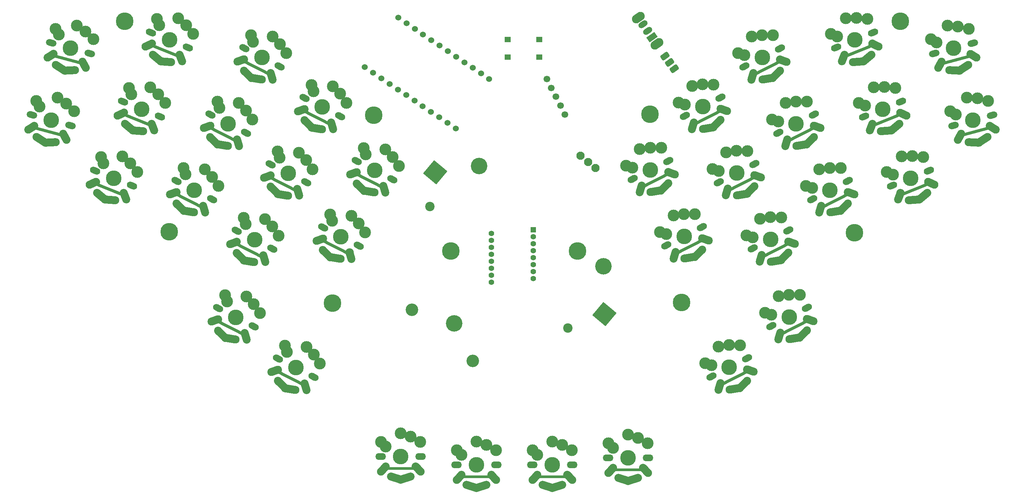
<source format=gbr>
%TF.GenerationSoftware,KiCad,Pcbnew,(6.0.4)*%
%TF.CreationDate,2022-10-17T18:10:13+02:00*%
%TF.ProjectId,Batreeq,42617472-6565-4712-9e6b-696361645f70,rev?*%
%TF.SameCoordinates,Original*%
%TF.FileFunction,Soldermask,Top*%
%TF.FilePolarity,Negative*%
%FSLAX46Y46*%
G04 Gerber Fmt 4.6, Leading zero omitted, Abs format (unit mm)*
G04 Created by KiCad (PCBNEW (6.0.4)) date 2022-10-17 18:10:13*
%MOMM*%
%LPD*%
G01*
G04 APERTURE LIST*
G04 Aperture macros list*
%AMRoundRect*
0 Rectangle with rounded corners*
0 $1 Rounding radius*
0 $2 $3 $4 $5 $6 $7 $8 $9 X,Y pos of 4 corners*
0 Add a 4 corners polygon primitive as box body*
4,1,4,$2,$3,$4,$5,$6,$7,$8,$9,$2,$3,0*
0 Add four circle primitives for the rounded corners*
1,1,$1+$1,$2,$3*
1,1,$1+$1,$4,$5*
1,1,$1+$1,$6,$7*
1,1,$1+$1,$8,$9*
0 Add four rect primitives between the rounded corners*
20,1,$1+$1,$2,$3,$4,$5,0*
20,1,$1+$1,$4,$5,$6,$7,0*
20,1,$1+$1,$6,$7,$8,$9,0*
20,1,$1+$1,$8,$9,$2,$3,0*%
%AMHorizOval*
0 Thick line with rounded ends*
0 $1 width*
0 $2 $3 position (X,Y) of the first rounded end (center of the circle)*
0 $4 $5 position (X,Y) of the second rounded end (center of the circle)*
0 Add line between two ends*
20,1,$1,$2,$3,$4,$5,0*
0 Add two circle primitives to create the rounded ends*
1,1,$1,$2,$3*
1,1,$1,$4,$5*%
%AMRotRect*
0 Rectangle, with rotation*
0 The origin of the aperture is its center*
0 $1 length*
0 $2 width*
0 $3 Rotation angle, in degrees counterclockwise*
0 Add horizontal line*
21,1,$1,$2,0,0,$3*%
G04 Aperture macros list end*
%ADD10C,3.000000*%
%ADD11HorizOval,1.701800X0.482963X-0.129410X-0.482963X0.129410X0*%
%ADD12C,3.987800*%
%ADD13C,2.032000*%
%ADD14RoundRect,0.189673X-3.546058X0.753800X3.447877X-1.120219X3.546058X-0.753800X-3.447877X1.120219X0*%
%ADD15HorizOval,2.032000X0.753734X0.461889X-0.753734X-0.461889X0*%
%ADD16HorizOval,2.032000X-0.421808X0.776874X0.421808X-0.776874X0*%
%ADD17HorizOval,2.032000X1.332292X0.067491X-1.332292X-0.067491X0*%
%ADD18HorizOval,2.032000X-1.120053X0.724595X1.120053X-0.724595X0*%
%ADD19HorizOval,1.701800X0.445503X0.226995X-0.445503X-0.226995X0*%
%ADD20HorizOval,2.032000X-0.833295X0.295085X0.833295X-0.295085X0*%
%ADD21RoundRect,0.189673X-3.139626X-1.812593X3.311844X1.474595X3.139626X1.812593X-3.311844X-1.474595X0*%
%ADD22HorizOval,2.032000X0.251070X0.847597X-0.251070X-0.847597X0*%
%ADD23HorizOval,2.032000X0.944925X0.941633X-0.944925X-0.941633X0*%
%ADD24HorizOval,2.032000X-1.317210X-0.210983X1.317210X0.210983X0*%
%ADD25C,4.500000*%
%ADD26HorizOval,1.701800X0.482963X0.129410X-0.482963X-0.129410X0*%
%ADD27HorizOval,2.032000X0.421808X0.776874X-0.421808X-0.776874X0*%
%ADD28HorizOval,2.032000X-0.753734X0.461889X0.753734X-0.461889X0*%
%ADD29RoundRect,0.189673X-3.447877X-1.120219X3.546058X0.753800X3.447877X1.120219X-3.546058X-0.753800X0*%
%ADD30HorizOval,2.032000X-1.332292X0.067491X1.332292X-0.067491X0*%
%ADD31HorizOval,2.032000X1.120053X0.724595X-1.120053X-0.724595X0*%
%ADD32HorizOval,1.701800X0.445503X-0.226995X-0.445503X0.226995X0*%
%ADD33HorizOval,2.032000X0.833295X0.295085X-0.833295X-0.295085X0*%
%ADD34RoundRect,0.189673X-3.311844X1.474595X3.139626X-1.812593X3.311844X-1.474595X-3.139626X1.812593X0*%
%ADD35HorizOval,2.032000X-0.251070X0.847597X0.251070X-0.847597X0*%
%ADD36HorizOval,2.032000X-0.944925X0.941633X0.944925X-0.941633X0*%
%ADD37HorizOval,2.032000X-1.317210X0.210983X1.317210X-0.210983X0*%
%ADD38O,2.701800X1.701800*%
%ADD39RoundRect,0.189673X-3.620327X-0.189672X3.620327X-0.189672X3.620327X0.189672X-3.620327X0.189672X0*%
%ADD40HorizOval,2.032000X-0.608505X0.641231X0.608505X-0.641231X0*%
%ADD41HorizOval,2.032000X0.608505X0.641231X-0.608505X-0.641231X0*%
%ADD42HorizOval,2.032000X1.269427X0.410014X-1.269427X-0.410014X0*%
%ADD43HorizOval,2.032000X-1.269427X0.410014X1.269427X-0.410014X0*%
%ADD44HorizOval,1.701800X0.463592X0.187303X-0.463592X-0.187303X0*%
%ADD45RoundRect,0.189673X-3.285656X-1.532059X3.427761X1.180338X3.285656X1.532059X-3.427761X-1.180338X0*%
%ADD46HorizOval,2.032000X-0.804406X0.366589X0.804406X-0.366589X0*%
%ADD47HorizOval,2.032000X0.323987X0.822489X-0.323987X-0.822489X0*%
%ADD48HorizOval,2.032000X-1.330586X-0.095378X1.330586X0.095378X0*%
%ADD49HorizOval,2.032000X1.023398X0.855694X-1.023398X-0.855694X0*%
%ADD50C,3.200000*%
%ADD51C,4.200000*%
%ADD52C,2.400000*%
%ADD53C,2.100000*%
%ADD54RotRect,4.400000X4.400000X140.000000*%
%ADD55HorizOval,1.701800X0.463592X-0.187303X-0.463592X0.187303X0*%
%ADD56HorizOval,2.032000X0.804406X0.366589X-0.804406X-0.366589X0*%
%ADD57HorizOval,2.032000X-0.323987X0.822489X0.323987X-0.822489X0*%
%ADD58RoundRect,0.189673X-3.427761X1.180338X3.285656X-1.532059X3.427761X-1.180338X-3.285656X1.532059X0*%
%ADD59HorizOval,2.032000X-1.023398X0.855694X1.023398X-0.855694X0*%
%ADD60HorizOval,2.032000X-1.330586X0.095378X1.330586X-0.095378X0*%
%ADD61RoundRect,0.375000X-0.827182X-0.137458X-0.386343X-0.744220X0.827182X0.137458X0.386343X0.744220X0*%
%ADD62C,1.700000*%
%ADD63HorizOval,1.700000X0.000000X0.000000X0.000000X0.000000X0*%
%ADD64R,1.600000X1.400000*%
%ADD65HorizOval,2.200000X0.532449X0.372825X-0.532449X-0.372825X0*%
%ADD66RotRect,1.500000X2.500000X125.000000*%
%ADD67HorizOval,1.500000X0.409576X0.286788X-0.409576X-0.286788X0*%
%ADD68C,1.524000*%
%ADD69R,1.400000X1.400000*%
%ADD70C,1.400000*%
G04 APERTURE END LIST*
D10*
%TO.C,SW7*%
X33987410Y-58946068D03*
D11*
X27538373Y-63377271D03*
D10*
X28588379Y-59777011D03*
D11*
X37351154Y-66010699D03*
D10*
X36212503Y-60446395D03*
X38244452Y-62367771D03*
X29421474Y-61256346D03*
D12*
X32447437Y-64693327D03*
D13*
X28109859Y-66160678D03*
X35470214Y-68132879D03*
D14*
X31673162Y-67601881D03*
D15*
X27359039Y-66625626D03*
D16*
X35887969Y-68910945D03*
D17*
X32237817Y-70325931D03*
D18*
X29812672Y-69676116D03*
D13*
X30920405Y-70392289D03*
%TD*%
D19*
%TO.C,SW26*%
X224879675Y-112567049D03*
D10*
X215805491Y-114339868D03*
X223105930Y-109262094D03*
X214196513Y-113797957D03*
D12*
X220354009Y-114869279D03*
D19*
X215825251Y-117176063D03*
D10*
X217652766Y-109567790D03*
X220310247Y-109193872D03*
D13*
X218112410Y-118862139D03*
D20*
X225732961Y-115701415D03*
D21*
X221724814Y-117548847D03*
D13*
X224901880Y-115402731D03*
D22*
X217865554Y-119710059D03*
D23*
X223967179Y-119195383D03*
D13*
X223032553Y-120126217D03*
D24*
X221730133Y-120335215D03*
%TD*%
D25*
%TO.C,H10*%
X166447346Y-98056076D03*
%TD*%
D10*
%TO.C,SW34*%
X266063636Y-41426131D03*
D26*
X257296650Y-47653423D03*
D10*
X260666078Y-40591370D03*
X257867000Y-44875097D03*
D12*
X262206052Y-46338628D03*
D10*
X263343229Y-40778144D03*
X256405851Y-44010503D03*
D26*
X267111481Y-45027647D03*
D27*
X258765520Y-50556247D03*
D13*
X259183275Y-49778181D03*
X266543629Y-47805979D03*
D28*
X267294449Y-48270927D03*
D29*
X262989787Y-49244648D03*
D30*
X262415672Y-51971232D03*
D31*
X264840817Y-51321417D03*
D13*
X263733084Y-52037591D03*
%TD*%
D25*
%TO.C,H8*%
X248621075Y-39434330D03*
%TD*%
%TO.C,H9*%
X134189343Y-98056079D03*
%TD*%
D10*
%TO.C,SW21*%
X202380098Y-122425889D03*
D12*
X205081341Y-127727378D03*
D10*
X200532823Y-127197967D03*
X205037579Y-122051971D03*
X198923845Y-126656056D03*
D19*
X209607007Y-125425148D03*
X200552583Y-130034162D03*
D10*
X207833262Y-122120193D03*
D20*
X210460293Y-128559514D03*
D22*
X202592886Y-132568158D03*
D13*
X202839742Y-131720238D03*
D21*
X206452146Y-130406946D03*
D13*
X209629212Y-128260830D03*
D23*
X208694511Y-132053482D03*
D13*
X207759885Y-132984316D03*
D24*
X206457465Y-133193314D03*
%TD*%
D10*
%TO.C,SW25*%
X209724598Y-72574371D03*
D19*
X202443919Y-80488340D03*
D10*
X202424159Y-77652145D03*
X206928915Y-72506149D03*
D19*
X211498343Y-75879326D03*
D12*
X206972677Y-78181556D03*
D10*
X200815181Y-77110234D03*
X204271434Y-72880067D03*
D21*
X208343482Y-80861124D03*
D13*
X204731078Y-82174416D03*
X211520548Y-78715008D03*
D20*
X212351629Y-79013692D03*
D22*
X204484222Y-83022336D03*
D24*
X208348801Y-83647492D03*
D13*
X209651221Y-83438494D03*
D23*
X210585847Y-82507660D03*
%TD*%
D10*
%TO.C,SW4*%
X92249109Y-47594369D03*
X90661040Y-45292514D03*
D32*
X90617925Y-50971963D03*
D10*
X83850013Y-44672831D03*
D12*
X86095263Y-48663839D03*
D32*
X81567097Y-46355890D03*
D10*
X88796506Y-43362350D03*
X83342694Y-43052613D03*
D33*
X80716311Y-49495975D03*
D34*
X84733186Y-51347853D03*
D13*
X81547392Y-49197291D03*
X88336862Y-52656699D03*
D35*
X88583719Y-53504619D03*
D36*
X82482094Y-52989943D03*
D13*
X83416719Y-53920777D03*
D37*
X84719139Y-54129775D03*
%TD*%
D10*
%TO.C,SW8*%
X99198131Y-57337453D03*
X106009158Y-57957136D03*
X98690812Y-55717235D03*
D32*
X96915215Y-59020512D03*
D10*
X107597227Y-60258991D03*
D12*
X101443381Y-61328461D03*
D10*
X104144624Y-56026972D03*
D32*
X105966043Y-63636585D03*
D35*
X103931837Y-66169241D03*
D34*
X100081304Y-64012475D03*
D33*
X96064429Y-62160597D03*
D13*
X103684980Y-65321321D03*
X96895510Y-61861913D03*
D36*
X97830212Y-65654565D03*
D13*
X98764837Y-66585399D03*
D37*
X100067257Y-66794397D03*
%TD*%
D38*
%TO.C,SW22*%
X165120932Y-152589385D03*
D10*
X162580932Y-147509385D03*
X165040932Y-148839385D03*
X155043344Y-148836078D03*
D38*
X154960932Y-152585424D03*
D10*
X156230932Y-150049385D03*
D12*
X160043344Y-152586077D03*
D10*
X160043344Y-146636077D03*
D39*
X160048241Y-155595922D03*
D40*
X164458243Y-155769509D03*
D13*
X156233344Y-155126077D03*
D41*
X155628445Y-155769509D03*
D13*
X163853344Y-155126077D03*
X160043344Y-158486077D03*
D42*
X161298692Y-158081008D03*
D43*
X158787996Y-158081008D03*
%TD*%
D25*
%TO.C,H3*%
X192972150Y-111198053D03*
%TD*%
D38*
%TO.C,SW27*%
X174264934Y-150807425D03*
D10*
X181884934Y-145731386D03*
X179347346Y-144858078D03*
X184344934Y-147061386D03*
D12*
X179347346Y-150808078D03*
D38*
X184424934Y-150811386D03*
D10*
X175534934Y-148271386D03*
X174347346Y-147058079D03*
D13*
X175537346Y-153348078D03*
X183157346Y-153348078D03*
D40*
X183762245Y-153991510D03*
D39*
X179352243Y-153817923D03*
D41*
X174932447Y-153991510D03*
D42*
X180602694Y-156303009D03*
D43*
X178091998Y-156303009D03*
D13*
X179347346Y-156708078D03*
%TD*%
D10*
%TO.C,SW33*%
X244598919Y-56204776D03*
X247378019Y-56516399D03*
X241918962Y-56345656D03*
D12*
X244147871Y-61862400D03*
D44*
X239435296Y-63765700D03*
D10*
X238107178Y-60258495D03*
D44*
X248856968Y-59963370D03*
D10*
X239662803Y-60938575D03*
D13*
X241566801Y-65644698D03*
D45*
X245279920Y-64651245D03*
D46*
X249433828Y-63160177D03*
D47*
X241246983Y-66467877D03*
D13*
X248631942Y-62790196D03*
X246358050Y-67332785D03*
D48*
X245042371Y-67427473D03*
D49*
X247370247Y-66486951D03*
%TD*%
D25*
%TO.C,H6*%
X114577344Y-63386078D03*
%TD*%
D10*
%TO.C,SW16*%
X99274677Y-124432085D03*
D32*
X99231562Y-130111534D03*
D10*
X91956331Y-122192184D03*
D32*
X90180734Y-125495461D03*
D10*
X97410143Y-122501921D03*
X92463650Y-123812402D03*
D12*
X94708900Y-127803410D03*
D10*
X100862746Y-126733940D03*
D33*
X89329948Y-128635546D03*
D35*
X97197356Y-132644190D03*
D34*
X93346823Y-130487424D03*
D13*
X96950499Y-131796270D03*
X90161029Y-128336862D03*
D37*
X93332776Y-133269346D03*
D36*
X91095731Y-132129514D03*
D13*
X92030356Y-133060348D03*
%TD*%
D10*
%TO.C,SW28*%
X207326520Y-47595579D03*
X213440254Y-42991494D03*
D12*
X213484016Y-48666901D03*
D19*
X208955258Y-50973685D03*
X218009682Y-46364671D03*
D10*
X216235937Y-43059716D03*
X210782773Y-43365412D03*
X208935498Y-48137490D03*
D21*
X214854821Y-51346469D03*
D13*
X211242417Y-52659761D03*
X218031887Y-49200353D03*
D22*
X210995561Y-53507681D03*
D20*
X218862968Y-49499037D03*
D24*
X214860140Y-54132837D03*
D13*
X216162560Y-53923839D03*
D23*
X217097186Y-52993005D03*
%TD*%
D10*
%TO.C,SW5*%
X75224197Y-61601955D03*
D32*
X72941281Y-63285014D03*
D10*
X74716878Y-59981737D03*
X82035224Y-62221638D03*
X83623293Y-64523493D03*
X80170690Y-60291474D03*
D32*
X81992109Y-67901087D03*
D12*
X77469447Y-65592963D03*
D34*
X76107370Y-68276977D03*
D13*
X79711046Y-69585823D03*
D35*
X79957903Y-70433743D03*
D33*
X72090495Y-66425099D03*
D13*
X72921576Y-66126415D03*
D37*
X76093323Y-71058899D03*
D36*
X73856278Y-69919067D03*
D13*
X74790903Y-70849901D03*
%TD*%
D50*
%TO.C,SW36*%
X124286053Y-113059816D03*
D51*
X135054009Y-116549375D03*
D52*
X128867742Y-86671342D03*
D50*
X139749391Y-126035494D03*
D52*
X163952042Y-117720395D03*
D51*
X173044231Y-101976735D03*
X141423676Y-76368083D03*
D53*
X171042086Y-76927713D03*
X167211864Y-73713775D03*
X169126975Y-75320744D03*
D54*
X173263659Y-114099277D03*
X130236554Y-77998238D03*
%TD*%
D12*
%TO.C,SW15*%
X84191742Y-95186711D03*
D32*
X79663576Y-92878762D03*
X88714404Y-97494835D03*
D10*
X90345588Y-94117241D03*
X81946492Y-91195703D03*
X88757519Y-91815386D03*
X81439173Y-89575485D03*
X86892985Y-89885222D03*
D13*
X79643871Y-95720163D03*
D33*
X78812790Y-96018847D03*
D35*
X86680198Y-100027491D03*
D13*
X86433341Y-99179571D03*
D34*
X82829665Y-97870725D03*
D13*
X81513198Y-100443649D03*
D37*
X82815618Y-100652647D03*
D36*
X80578573Y-99512815D03*
%TD*%
D26*
%TO.C,SW31*%
X262222874Y-66013471D03*
D10*
X265592302Y-58951418D03*
X268269453Y-59138192D03*
X270989860Y-59786179D03*
X261332075Y-62370551D03*
D12*
X267132276Y-64698676D03*
D26*
X272037705Y-63387695D03*
D10*
X262793224Y-63235145D03*
D13*
X264109499Y-68138229D03*
D28*
X272220673Y-66630975D03*
D13*
X271469853Y-66166027D03*
D27*
X263691744Y-68916295D03*
D29*
X267916011Y-67604696D03*
D13*
X268659308Y-70397639D03*
D31*
X269767041Y-69681465D03*
D30*
X267341896Y-70331280D03*
%TD*%
D25*
%TO.C,H2*%
X104010023Y-111310117D03*
%TD*%
D19*
%TO.C,SW23*%
X226206895Y-84831932D03*
D10*
X228034410Y-77223659D03*
X224578157Y-81453826D03*
X233487574Y-76917963D03*
D19*
X235261319Y-80222918D03*
D10*
X226187135Y-81995737D03*
X230691891Y-76849741D03*
D12*
X230735653Y-82525148D03*
D22*
X228247198Y-87365928D03*
D13*
X228494054Y-86518008D03*
D21*
X232106458Y-85204716D03*
D20*
X236114605Y-83357284D03*
D13*
X235283524Y-83058600D03*
X233414197Y-87782086D03*
D23*
X234348823Y-86851252D03*
D24*
X232111777Y-87991084D03*
%TD*%
D10*
%TO.C,SW6*%
X54351450Y-77873324D03*
X45083087Y-74125095D03*
X52568804Y-75718637D03*
D55*
X53020850Y-81380231D03*
D10*
X45729686Y-75694932D03*
X50543141Y-73958322D03*
D55*
X43602146Y-77570556D03*
D12*
X48314232Y-79475066D03*
D13*
X43830160Y-80402862D03*
D56*
X43028274Y-80772843D03*
D57*
X51215120Y-84080543D03*
D13*
X50895301Y-83257365D03*
D58*
X47191265Y-82267580D03*
D13*
X46104053Y-84945451D03*
D59*
X45091856Y-84099617D03*
D60*
X47419732Y-85040139D03*
%TD*%
D10*
%TO.C,SW12*%
X123975346Y-145389387D03*
D38*
X116355346Y-150465426D03*
D10*
X116437758Y-146716080D03*
D12*
X121437758Y-150466079D03*
D10*
X126435346Y-146719387D03*
X117625346Y-147929387D03*
X121437758Y-144516079D03*
D38*
X126515346Y-150469387D03*
D13*
X125247758Y-153006079D03*
X117627758Y-153006079D03*
D40*
X125852657Y-153649511D03*
D41*
X117022859Y-153649511D03*
D39*
X121442655Y-153475924D03*
D43*
X120182410Y-155961010D03*
D13*
X121437758Y-156366079D03*
D42*
X122693106Y-155961010D03*
%TD*%
D10*
%TO.C,SW1*%
X59964735Y-40461946D03*
X66803853Y-40485651D03*
X64778190Y-38725336D03*
D12*
X62549281Y-44242080D03*
D10*
X68586499Y-42640338D03*
X59318136Y-38892109D03*
D55*
X67255899Y-46147245D03*
X57837195Y-42337570D03*
D13*
X65130350Y-48024379D03*
D56*
X57263323Y-45539857D03*
D57*
X65450169Y-48847557D03*
D58*
X61426314Y-47034594D03*
D13*
X58065209Y-45169876D03*
D59*
X59326905Y-48866631D03*
D60*
X61654781Y-49807153D03*
D13*
X60339102Y-49712465D03*
%TD*%
D10*
%TO.C,SW11*%
X85590076Y-113875837D03*
D32*
X74908064Y-112637358D03*
D10*
X77190980Y-110954299D03*
X84002007Y-111573982D03*
D12*
X79436230Y-114945307D03*
D10*
X76683661Y-109334081D03*
X82137473Y-109643818D03*
D32*
X83958892Y-117253431D03*
D33*
X74057278Y-115777443D03*
D13*
X81677829Y-118938167D03*
D34*
X78074153Y-117629321D03*
D35*
X81924686Y-119786087D03*
D13*
X74888359Y-115478759D03*
D36*
X75823061Y-119271411D03*
D13*
X76757686Y-120202245D03*
D37*
X78060106Y-120411243D03*
%TD*%
D10*
%TO.C,SW19*%
X196372998Y-88692063D03*
X189072559Y-93769837D03*
X187463581Y-93227926D03*
D19*
X189092319Y-96606032D03*
D10*
X193577315Y-88623841D03*
D12*
X193621077Y-94299248D03*
D19*
X198146743Y-91997018D03*
D10*
X190919834Y-88997759D03*
D20*
X199000029Y-95131384D03*
D22*
X191132622Y-99140028D03*
D13*
X191379478Y-98292108D03*
X198168948Y-94832700D03*
D21*
X194991882Y-96978816D03*
D24*
X194997201Y-99765184D03*
D13*
X196299621Y-99556186D03*
D23*
X197234247Y-98625352D03*
%TD*%
D10*
%TO.C,SW3*%
X38897461Y-40575677D03*
X43154503Y-43997380D03*
X33498430Y-41406620D03*
X34331525Y-42885955D03*
D11*
X42261205Y-47640308D03*
X32448424Y-45006880D03*
D10*
X41122554Y-42076004D03*
D12*
X37357488Y-46322936D03*
D13*
X33019910Y-47790287D03*
D14*
X36583213Y-49231490D03*
D16*
X40798020Y-50540554D03*
D13*
X40380265Y-49762488D03*
D15*
X32269090Y-48255235D03*
D18*
X34722723Y-51305725D03*
D13*
X35830456Y-52021898D03*
D17*
X37147868Y-51955540D03*
%TD*%
D10*
%TO.C,SW10*%
X66598375Y-78531080D03*
X66091056Y-76910862D03*
X74997471Y-81452618D03*
D32*
X73366287Y-84830212D03*
D10*
X71544868Y-77220599D03*
X73409402Y-79150763D03*
D12*
X68843625Y-82522088D03*
D32*
X64315459Y-80214139D03*
D33*
X63464673Y-83354224D03*
D34*
X67481548Y-85206102D03*
D35*
X71332081Y-87362868D03*
D13*
X64295754Y-83055540D03*
X71085224Y-86514948D03*
D36*
X65230456Y-86848192D03*
D13*
X66165081Y-87779026D03*
D37*
X67467501Y-87988024D03*
%TD*%
D12*
%TO.C,SW32*%
X237030347Y-44245909D03*
D10*
X240260495Y-38899908D03*
D44*
X241739444Y-42346879D03*
X232317772Y-46149209D03*
D10*
X232545279Y-43322084D03*
X234801438Y-38729165D03*
X237481395Y-38588285D03*
X230989654Y-42642004D03*
D46*
X242316304Y-45543686D03*
D13*
X241514418Y-45173705D03*
D47*
X234129459Y-48851386D03*
D13*
X234449277Y-48028207D03*
D45*
X238162396Y-47034754D03*
D13*
X239240526Y-49716294D03*
D48*
X237924847Y-49810982D03*
D49*
X240252723Y-48870460D03*
%TD*%
D61*
%TO.C,PAD1*%
X191098000Y-51590000D03*
X189922429Y-49971966D03*
X188746858Y-48353932D03*
%TD*%
D10*
%TO.C,SW9*%
X98971405Y-77188116D03*
D32*
X88289393Y-75949637D03*
D12*
X92817559Y-78257586D03*
D10*
X90572309Y-74266578D03*
D32*
X97340221Y-80565710D03*
D10*
X90064990Y-72646360D03*
X95518802Y-72956097D03*
X97383336Y-74886261D03*
D13*
X95059158Y-82250446D03*
D34*
X91455482Y-80941600D03*
D33*
X87438607Y-79089722D03*
D35*
X95306015Y-83098366D03*
D13*
X88269688Y-78791038D03*
X90139015Y-83514524D03*
D36*
X89204390Y-82583690D03*
D37*
X91441435Y-83723522D03*
%TD*%
D32*
%TO.C,SW13*%
X110266815Y-75138206D03*
D12*
X114794981Y-77446155D03*
D10*
X119360758Y-74074830D03*
X112042412Y-71834929D03*
X112549731Y-73455147D03*
X120948827Y-76376685D03*
D32*
X119317643Y-79754279D03*
D10*
X117496224Y-72144666D03*
D34*
X113432904Y-80130169D03*
D33*
X109416029Y-78278291D03*
D35*
X117283437Y-82286935D03*
D13*
X117036580Y-81439015D03*
X110247110Y-77979607D03*
X112116437Y-82703093D03*
D36*
X111181812Y-81772259D03*
D37*
X113418857Y-82912091D03*
%TD*%
D19*
%TO.C,SW18*%
X189520925Y-75067893D03*
X180466501Y-79676907D03*
D10*
X184951497Y-71694716D03*
D12*
X184995259Y-77370123D03*
D10*
X180446741Y-76840712D03*
X187747180Y-71762938D03*
X182294016Y-72068634D03*
X178837763Y-76298801D03*
D21*
X186366064Y-80049691D03*
D20*
X190374211Y-78202259D03*
D22*
X182506804Y-82210903D03*
D13*
X182753660Y-81362983D03*
X189543130Y-77903575D03*
X187673803Y-82627061D03*
D23*
X188608429Y-81696227D03*
D24*
X186371383Y-82836059D03*
%TD*%
D25*
%TO.C,H1*%
X62507345Y-93104077D03*
%TD*%
D10*
%TO.C,SW24*%
X195645619Y-55950942D03*
D19*
X202872528Y-58950201D03*
D10*
X192189366Y-60181109D03*
X201098783Y-55645246D03*
D19*
X193818104Y-63559215D03*
D12*
X198346862Y-61252431D03*
D10*
X198303100Y-55577024D03*
X193798344Y-60723020D03*
D20*
X203725814Y-62084567D03*
D13*
X202894733Y-61785883D03*
X196105263Y-65245291D03*
D22*
X195858407Y-66093211D03*
D21*
X199717667Y-63931999D03*
D23*
X201960032Y-65578535D03*
D13*
X201025406Y-66509369D03*
D24*
X199722986Y-66718367D03*
%TD*%
D38*
%TO.C,SW17*%
X135635344Y-152582117D03*
D10*
X140717756Y-146632770D03*
X135717756Y-148832771D03*
D38*
X145795344Y-152586078D03*
D12*
X140717756Y-152582770D03*
D10*
X143255344Y-147506078D03*
X136905344Y-150046078D03*
X145715344Y-148836078D03*
D40*
X145132655Y-155766202D03*
D13*
X144527756Y-155122770D03*
X136907756Y-155122770D03*
D41*
X136302857Y-155766202D03*
D39*
X140722653Y-155592615D03*
D43*
X139462408Y-158077701D03*
D42*
X141973104Y-158077701D03*
D13*
X140717756Y-158482770D03*
%TD*%
D25*
%TO.C,H7*%
X184935343Y-63132079D03*
%TD*%
D62*
%TO.C,U5*%
X158630606Y-54183266D03*
D63*
X159783742Y-56446423D03*
X160936878Y-58709579D03*
X162090014Y-60972736D03*
X163243150Y-63235892D03*
%TD*%
D64*
%TO.C,SW35*%
X148677347Y-44118078D03*
X156677347Y-44118078D03*
X148677347Y-48618078D03*
X156677347Y-48618078D03*
%TD*%
D65*
%TO.C,SW37*%
X181949673Y-38522954D03*
X186653000Y-45240000D03*
D66*
X185448489Y-43519781D03*
D67*
X184301336Y-41881477D03*
X183154183Y-40243173D03*
%TD*%
D10*
%TO.C,SW29*%
X215952340Y-64524705D03*
D19*
X217581078Y-67902811D03*
D10*
X222066074Y-59920620D03*
X224861757Y-59988842D03*
D12*
X222109836Y-65596027D03*
D10*
X219408593Y-60294538D03*
X217561318Y-65066616D03*
D19*
X226635502Y-63293797D03*
D13*
X219868237Y-69588887D03*
X226657707Y-66129479D03*
D21*
X223480641Y-68275595D03*
D22*
X219621381Y-70436807D03*
D20*
X227488788Y-66428163D03*
D23*
X225723006Y-69922131D03*
D13*
X224788380Y-70852965D03*
D24*
X223485960Y-71061963D03*
%TD*%
D44*
%TO.C,SW30*%
X246552821Y-81382195D03*
D10*
X254495544Y-74132894D03*
D12*
X251265396Y-79478895D03*
D10*
X249036487Y-73962151D03*
X246780328Y-78555070D03*
X251716444Y-73821271D03*
D44*
X255974493Y-77579865D03*
D10*
X245224703Y-77874990D03*
D13*
X248684326Y-83261193D03*
D45*
X252397445Y-82267740D03*
D46*
X256551353Y-80776672D03*
D47*
X248364508Y-84084372D03*
D13*
X255749467Y-80406691D03*
X253475575Y-84949280D03*
D49*
X254487772Y-84103446D03*
D48*
X252159896Y-85043968D03*
%TD*%
D10*
%TO.C,SW2*%
X61469264Y-60257239D03*
X57660955Y-56342237D03*
X52200901Y-56509010D03*
X59686618Y-58102552D03*
D55*
X50719960Y-59954471D03*
D10*
X52847500Y-58078847D03*
D12*
X55432046Y-61858981D03*
D55*
X60138664Y-63764146D03*
D56*
X50146088Y-63156758D03*
D57*
X58332934Y-66464458D03*
D13*
X58013115Y-65641280D03*
D58*
X54309079Y-64651495D03*
D13*
X50947974Y-62786777D03*
D59*
X52209670Y-66483532D03*
D13*
X53221867Y-67329366D03*
D60*
X54537546Y-67424054D03*
%TD*%
D25*
%TO.C,H5*%
X51170667Y-39497354D03*
%TD*%
D19*
%TO.C,SW20*%
X211069739Y-97417466D03*
D10*
X215554735Y-89435275D03*
D19*
X220124163Y-92808452D03*
D10*
X211049979Y-94581271D03*
X218350418Y-89503497D03*
X212897254Y-89809193D03*
X209441001Y-94039360D03*
D12*
X215598497Y-95110682D03*
D22*
X213110042Y-99951462D03*
D13*
X220146368Y-95644134D03*
D21*
X216969302Y-97790250D03*
D20*
X220977449Y-95942818D03*
D13*
X213356898Y-99103542D03*
D23*
X219211667Y-99436786D03*
D24*
X216974621Y-100576618D03*
D13*
X218277041Y-100367620D03*
%TD*%
D10*
%TO.C,SW14*%
X110734937Y-91003952D03*
D32*
X101640994Y-92067328D03*
X110691822Y-96683401D03*
D12*
X106169160Y-94375277D03*
D10*
X112323006Y-93305807D03*
X103923910Y-90384269D03*
X108870403Y-89073788D03*
X103416591Y-88764051D03*
D13*
X108410759Y-98368137D03*
D33*
X100790208Y-95207413D03*
D34*
X104807083Y-97059291D03*
D13*
X101621289Y-94908729D03*
D35*
X108657616Y-99216057D03*
D36*
X102555991Y-98701381D03*
D13*
X103490616Y-99632215D03*
D37*
X104793036Y-99841213D03*
%TD*%
D25*
%TO.C,H4*%
X236965997Y-93358077D03*
%TD*%
D68*
%TO.C,U1*%
X112288299Y-51186220D03*
X114394055Y-52606570D03*
X116499810Y-54026920D03*
X118605565Y-55447270D03*
X120711321Y-56867620D03*
X122817076Y-58287970D03*
X124922832Y-59708320D03*
X127028587Y-61128670D03*
X129134343Y-62549020D03*
X131240098Y-63969369D03*
X133345854Y-65389719D03*
X135451609Y-66810069D03*
X143962525Y-54192118D03*
X141856769Y-52771768D03*
X139751014Y-51351418D03*
X137645259Y-49931068D03*
X135539503Y-48510718D03*
X133433748Y-47090368D03*
X131327992Y-45670018D03*
X129222237Y-44249668D03*
X127116481Y-42829318D03*
X125010726Y-41408968D03*
X122904971Y-39988618D03*
X120799215Y-38568268D03*
%TD*%
D69*
%TO.C,U4*%
X155193347Y-92642077D03*
D70*
X155193347Y-94422077D03*
X155193347Y-96202077D03*
X155193347Y-97982077D03*
X155193347Y-99762077D03*
X155193347Y-101542077D03*
X155193347Y-103322077D03*
X155193347Y-105102077D03*
X144493347Y-105992077D03*
X144493347Y-104212077D03*
X144493347Y-102432077D03*
X144493347Y-100652077D03*
X144493347Y-98872077D03*
X144493347Y-97092077D03*
X144493347Y-95312077D03*
X144493347Y-93532077D03*
%TD*%
M02*

</source>
